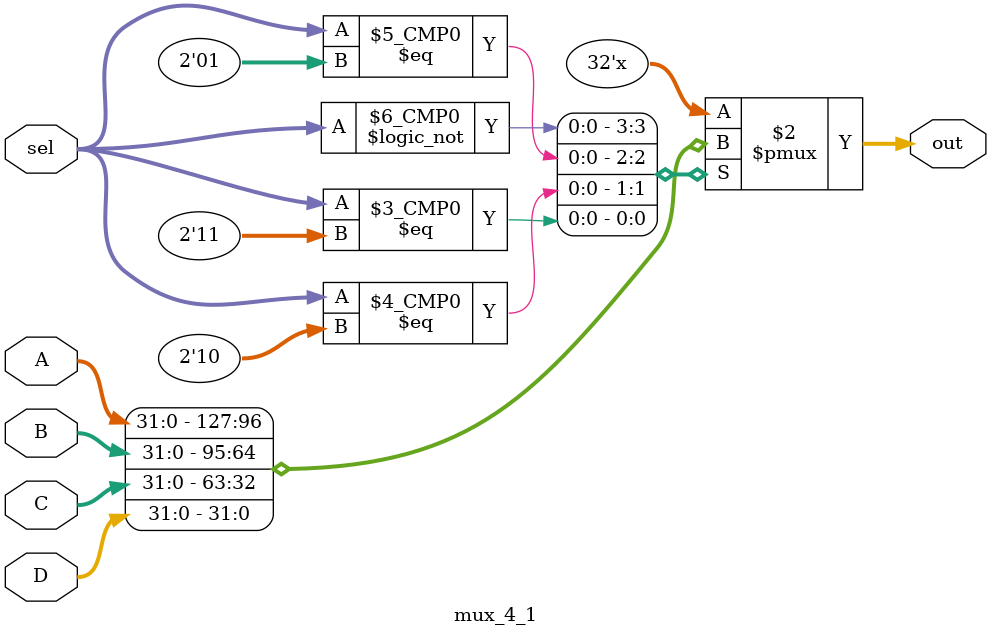
<source format=sv>

module mux_4_1 #(parameter WIDTH=32) (

  input logic  [WIDTH-1:0] A,
  input logic  [WIDTH-1:0] B,
  input logic  [WIDTH-1:0] C,
  input logic  [WIDTH-1:0] D,
  input logic  [1:0]       sel,
  
  output logic [WIDTH-1:0] out

);
  
  always_comb begin
    case(sel)
      'h0: out = A;
      'h1: out = B;
      'h2: out = C;
      'h3: out = D;
    endcase
  end
  
endmodule
</source>
